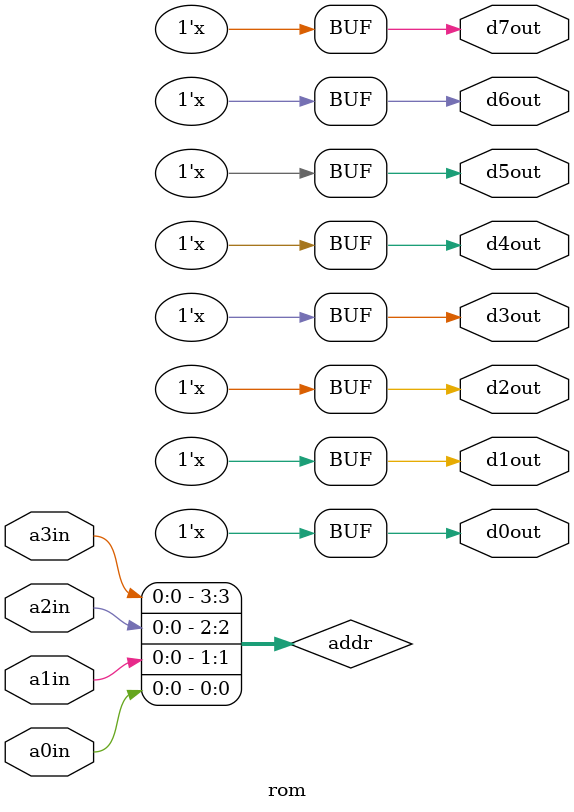
<source format=v>

module rom(a0in, a1in, a2in, a3in,
            d0out, d1out, d2out, d3out, d4out, d5out, d6out, d7out);

input wire a0in;
input wire a1in;
input wire a2in;
input wire a3in;
reg [3:0] addr;


output reg d0out;
output reg d1out;
output reg d2out;
output reg d3out;
output reg d4out;
output reg d5out;
output reg d6out;
output reg d7out;
reg [7:0] data;

initial begin

end

always @(a0in or a1in or a2in or a3in) begin
  addr <= {a3in, a2in, a1in, a0in};

  if(addr == 4'b0000)
    data <= 8'b00110000;
  if(addr == 4'b0001)
    data <= 8'b00000001;
  if(addr == 4'b0010)
    data <= 8'b01000000;
  if(addr == 4'b0011)
    data <= 8'b10010000;
  if(addr == 4'b0100)
    data <= 8'b11110001;




  {d7out, d6out, d5out, d4out, d3out, d2out, d1out, d0out} <= data;
end

endmodule
</source>
